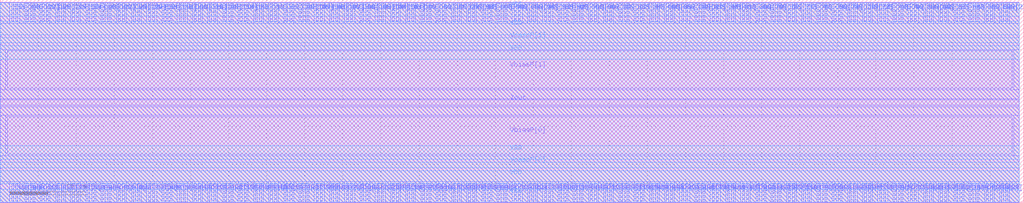
<source format=lef>
VERSION 5.7 ;
  NOWIREEXTENSIONATPIN ON ;
  DIVIDERCHAR "/" ;
  BUSBITCHARS "[]" ;
MACRO dac2u128out4in
  CLASS BLOCK ;
  FOREIGN dac2u128out4in ;
  ORIGIN 0.000 0.000 ;
  SIZE 134.420 BY 26.590 ;
  PIN VbiasP[1]
    ANTENNAGATEAREA 478.500000 ;
    ANTENNADIFFAREA 5.010000 ;
    PORT
      LAYER Metal1 ;
        RECT 0.900 14.950 132.900 19.880 ;
    END
  END VbiasP[1]
  PIN Iout
    ANTENNADIFFAREA 66.047997 ;
    PORT
      LAYER Metal1 ;
        RECT 0.000 12.745 133.800 13.445 ;
    END
  END Iout
  PIN VbiasP[0]
    ANTENNAGATEAREA 478.500000 ;
    ANTENNADIFFAREA 5.010000 ;
    PORT
      LAYER Metal1 ;
        RECT 0.900 6.310 132.900 11.240 ;
    END
  END VbiasP[0]
  PIN ON[64]
    ANTENNAGATEAREA 0.039000 ;
    PORT
      LAYER Metal2 ;
        RECT 130.030 23.715 130.320 26.190 ;
    END
  END ON[64]
  PIN ONB[64]
    ANTENNAGATEAREA 0.039000 ;
    PORT
      LAYER Metal2 ;
        RECT 129.480 23.715 129.770 26.190 ;
    END
  END ONB[64]
  PIN ON[65]
    ANTENNAGATEAREA 0.039000 ;
    PORT
      LAYER Metal2 ;
        RECT 128.030 23.715 128.320 26.190 ;
    END
  END ON[65]
  PIN ONB[65]
    ANTENNAGATEAREA 0.039000 ;
    PORT
      LAYER Metal2 ;
        RECT 127.480 23.715 127.770 26.190 ;
    END
  END ONB[65]
  PIN ON[66]
    ANTENNAGATEAREA 0.039000 ;
    PORT
      LAYER Metal2 ;
        RECT 126.030 23.715 126.320 26.190 ;
    END
  END ON[66]
  PIN ONB[66]
    ANTENNAGATEAREA 0.039000 ;
    PORT
      LAYER Metal2 ;
        RECT 125.480 23.715 125.770 26.190 ;
    END
  END ONB[66]
  PIN ON[67]
    ANTENNAGATEAREA 0.039000 ;
    PORT
      LAYER Metal2 ;
        RECT 124.030 23.715 124.320 26.190 ;
    END
  END ON[67]
  PIN ONB[67]
    ANTENNAGATEAREA 0.039000 ;
    PORT
      LAYER Metal2 ;
        RECT 123.480 23.715 123.770 26.190 ;
    END
  END ONB[67]
  PIN ON[68]
    ANTENNAGATEAREA 0.039000 ;
    PORT
      LAYER Metal2 ;
        RECT 122.030 23.715 122.320 26.190 ;
    END
  END ON[68]
  PIN ONB[68]
    ANTENNAGATEAREA 0.039000 ;
    PORT
      LAYER Metal2 ;
        RECT 121.480 23.715 121.770 26.190 ;
    END
  END ONB[68]
  PIN ON[69]
    ANTENNAGATEAREA 0.039000 ;
    PORT
      LAYER Metal2 ;
        RECT 120.030 23.715 120.320 26.190 ;
    END
  END ON[69]
  PIN ONB[69]
    ANTENNAGATEAREA 0.039000 ;
    PORT
      LAYER Metal2 ;
        RECT 119.480 23.715 119.770 26.190 ;
    END
  END ONB[69]
  PIN ON[70]
    ANTENNAGATEAREA 0.039000 ;
    PORT
      LAYER Metal2 ;
        RECT 118.030 23.715 118.320 26.190 ;
    END
  END ON[70]
  PIN ONB[70]
    ANTENNAGATEAREA 0.039000 ;
    PORT
      LAYER Metal2 ;
        RECT 117.480 23.715 117.770 26.190 ;
    END
  END ONB[70]
  PIN ON[71]
    ANTENNAGATEAREA 0.039000 ;
    PORT
      LAYER Metal2 ;
        RECT 116.030 23.715 116.320 26.190 ;
    END
  END ON[71]
  PIN ONB[71]
    ANTENNAGATEAREA 0.039000 ;
    PORT
      LAYER Metal2 ;
        RECT 115.480 23.715 115.770 26.190 ;
    END
  END ONB[71]
  PIN ON[72]
    ANTENNAGATEAREA 0.039000 ;
    PORT
      LAYER Metal2 ;
        RECT 114.030 23.715 114.320 26.190 ;
    END
  END ON[72]
  PIN ONB[72]
    ANTENNAGATEAREA 0.039000 ;
    PORT
      LAYER Metal2 ;
        RECT 113.480 23.715 113.770 26.190 ;
    END
  END ONB[72]
  PIN ON[73]
    ANTENNAGATEAREA 0.039000 ;
    PORT
      LAYER Metal2 ;
        RECT 112.030 23.715 112.320 26.190 ;
    END
  END ON[73]
  PIN ONB[73]
    ANTENNAGATEAREA 0.039000 ;
    PORT
      LAYER Metal2 ;
        RECT 111.480 23.715 111.770 26.190 ;
    END
  END ONB[73]
  PIN ON[74]
    ANTENNAGATEAREA 0.039000 ;
    PORT
      LAYER Metal2 ;
        RECT 110.030 23.715 110.320 26.190 ;
    END
  END ON[74]
  PIN ONB[74]
    ANTENNAGATEAREA 0.039000 ;
    PORT
      LAYER Metal2 ;
        RECT 109.480 23.715 109.770 26.190 ;
    END
  END ONB[74]
  PIN ON[75]
    ANTENNAGATEAREA 0.039000 ;
    PORT
      LAYER Metal2 ;
        RECT 108.030 23.715 108.320 26.190 ;
    END
  END ON[75]
  PIN ONB[75]
    ANTENNAGATEAREA 0.039000 ;
    PORT
      LAYER Metal2 ;
        RECT 107.480 23.715 107.770 26.190 ;
    END
  END ONB[75]
  PIN ON[76]
    ANTENNAGATEAREA 0.039000 ;
    PORT
      LAYER Metal2 ;
        RECT 106.030 23.715 106.320 26.190 ;
    END
  END ON[76]
  PIN ONB[76]
    ANTENNAGATEAREA 0.039000 ;
    PORT
      LAYER Metal2 ;
        RECT 105.480 23.715 105.770 26.190 ;
    END
  END ONB[76]
  PIN ON[77]
    ANTENNAGATEAREA 0.039000 ;
    PORT
      LAYER Metal2 ;
        RECT 104.030 23.715 104.320 26.190 ;
    END
  END ON[77]
  PIN ONB[77]
    ANTENNAGATEAREA 0.039000 ;
    PORT
      LAYER Metal2 ;
        RECT 103.480 23.715 103.770 26.190 ;
    END
  END ONB[77]
  PIN ON[78]
    ANTENNAGATEAREA 0.039000 ;
    PORT
      LAYER Metal2 ;
        RECT 102.030 23.715 102.320 26.190 ;
    END
  END ON[78]
  PIN ONB[78]
    ANTENNAGATEAREA 0.039000 ;
    PORT
      LAYER Metal2 ;
        RECT 101.480 23.715 101.770 26.190 ;
    END
  END ONB[78]
  PIN ON[79]
    ANTENNAGATEAREA 0.039000 ;
    PORT
      LAYER Metal2 ;
        RECT 100.030 23.715 100.320 26.190 ;
    END
  END ON[79]
  PIN ONB[79]
    ANTENNAGATEAREA 0.039000 ;
    PORT
      LAYER Metal2 ;
        RECT 99.480 23.715 99.770 26.190 ;
    END
  END ONB[79]
  PIN ON[80]
    ANTENNAGATEAREA 0.039000 ;
    PORT
      LAYER Metal2 ;
        RECT 98.030 23.715 98.320 26.190 ;
    END
  END ON[80]
  PIN ONB[80]
    ANTENNAGATEAREA 0.039000 ;
    PORT
      LAYER Metal2 ;
        RECT 97.480 23.715 97.770 26.190 ;
    END
  END ONB[80]
  PIN ON[81]
    ANTENNAGATEAREA 0.039000 ;
    PORT
      LAYER Metal2 ;
        RECT 96.030 23.715 96.320 26.190 ;
    END
  END ON[81]
  PIN ONB[81]
    ANTENNAGATEAREA 0.039000 ;
    PORT
      LAYER Metal2 ;
        RECT 95.480 23.715 95.770 26.190 ;
    END
  END ONB[81]
  PIN ON[82]
    ANTENNAGATEAREA 0.039000 ;
    PORT
      LAYER Metal2 ;
        RECT 94.030 23.715 94.320 26.190 ;
    END
  END ON[82]
  PIN ONB[82]
    ANTENNAGATEAREA 0.039000 ;
    PORT
      LAYER Metal2 ;
        RECT 93.480 23.715 93.770 26.190 ;
    END
  END ONB[82]
  PIN ON[83]
    ANTENNAGATEAREA 0.039000 ;
    PORT
      LAYER Metal2 ;
        RECT 92.030 23.715 92.320 26.190 ;
    END
  END ON[83]
  PIN ONB[83]
    ANTENNAGATEAREA 0.039000 ;
    PORT
      LAYER Metal2 ;
        RECT 91.480 23.715 91.770 26.190 ;
    END
  END ONB[83]
  PIN ON[84]
    ANTENNAGATEAREA 0.039000 ;
    PORT
      LAYER Metal2 ;
        RECT 90.030 23.715 90.320 26.190 ;
    END
  END ON[84]
  PIN ONB[84]
    ANTENNAGATEAREA 0.039000 ;
    PORT
      LAYER Metal2 ;
        RECT 89.480 23.715 89.770 26.190 ;
    END
  END ONB[84]
  PIN ON[85]
    ANTENNAGATEAREA 0.039000 ;
    PORT
      LAYER Metal2 ;
        RECT 88.030 23.715 88.320 26.190 ;
    END
  END ON[85]
  PIN ONB[85]
    ANTENNAGATEAREA 0.039000 ;
    PORT
      LAYER Metal2 ;
        RECT 87.480 23.715 87.770 26.190 ;
    END
  END ONB[85]
  PIN ON[86]
    ANTENNAGATEAREA 0.039000 ;
    PORT
      LAYER Metal2 ;
        RECT 86.030 23.715 86.320 26.190 ;
    END
  END ON[86]
  PIN ONB[86]
    ANTENNAGATEAREA 0.039000 ;
    PORT
      LAYER Metal2 ;
        RECT 85.480 23.715 85.770 26.190 ;
    END
  END ONB[86]
  PIN ON[87]
    ANTENNAGATEAREA 0.039000 ;
    PORT
      LAYER Metal2 ;
        RECT 84.030 23.715 84.320 26.190 ;
    END
  END ON[87]
  PIN ONB[87]
    ANTENNAGATEAREA 0.039000 ;
    PORT
      LAYER Metal2 ;
        RECT 83.480 23.715 83.770 26.190 ;
    END
  END ONB[87]
  PIN ON[88]
    ANTENNAGATEAREA 0.039000 ;
    PORT
      LAYER Metal2 ;
        RECT 82.030 23.715 82.320 26.190 ;
    END
  END ON[88]
  PIN ONB[88]
    ANTENNAGATEAREA 0.039000 ;
    PORT
      LAYER Metal2 ;
        RECT 81.480 23.715 81.770 26.190 ;
    END
  END ONB[88]
  PIN ON[89]
    ANTENNAGATEAREA 0.039000 ;
    PORT
      LAYER Metal2 ;
        RECT 80.030 23.715 80.320 26.190 ;
    END
  END ON[89]
  PIN ONB[89]
    ANTENNAGATEAREA 0.039000 ;
    PORT
      LAYER Metal2 ;
        RECT 79.480 23.715 79.770 26.190 ;
    END
  END ONB[89]
  PIN ON[90]
    ANTENNAGATEAREA 0.039000 ;
    PORT
      LAYER Metal2 ;
        RECT 78.030 23.715 78.320 26.190 ;
    END
  END ON[90]
  PIN ONB[90]
    ANTENNAGATEAREA 0.039000 ;
    PORT
      LAYER Metal2 ;
        RECT 77.480 23.715 77.770 26.190 ;
    END
  END ONB[90]
  PIN ON[91]
    ANTENNAGATEAREA 0.039000 ;
    PORT
      LAYER Metal2 ;
        RECT 76.030 23.715 76.320 26.190 ;
    END
  END ON[91]
  PIN ONB[91]
    ANTENNAGATEAREA 0.039000 ;
    PORT
      LAYER Metal2 ;
        RECT 75.480 23.715 75.770 26.190 ;
    END
  END ONB[91]
  PIN ON[92]
    ANTENNAGATEAREA 0.039000 ;
    PORT
      LAYER Metal2 ;
        RECT 74.030 23.715 74.320 26.190 ;
    END
  END ON[92]
  PIN ONB[92]
    ANTENNAGATEAREA 0.039000 ;
    PORT
      LAYER Metal2 ;
        RECT 73.480 23.715 73.770 26.190 ;
    END
  END ONB[92]
  PIN ON[93]
    ANTENNAGATEAREA 0.039000 ;
    PORT
      LAYER Metal2 ;
        RECT 72.030 23.715 72.320 26.190 ;
    END
  END ON[93]
  PIN ONB[93]
    ANTENNAGATEAREA 0.039000 ;
    PORT
      LAYER Metal2 ;
        RECT 71.480 23.715 71.770 26.190 ;
    END
  END ONB[93]
  PIN ON[94]
    ANTENNAGATEAREA 0.039000 ;
    PORT
      LAYER Metal2 ;
        RECT 70.030 23.715 70.320 26.190 ;
    END
  END ON[94]
  PIN ONB[94]
    ANTENNAGATEAREA 0.039000 ;
    PORT
      LAYER Metal2 ;
        RECT 69.480 23.715 69.770 26.190 ;
    END
  END ONB[94]
  PIN ON[95]
    ANTENNAGATEAREA 0.039000 ;
    PORT
      LAYER Metal2 ;
        RECT 68.030 23.715 68.320 26.190 ;
    END
  END ON[95]
  PIN ONB[95]
    ANTENNAGATEAREA 0.039000 ;
    PORT
      LAYER Metal2 ;
        RECT 67.480 23.715 67.770 26.190 ;
    END
  END ONB[95]
  PIN EN[2]
    ANTENNAGATEAREA 0.039000 ;
    PORT
      LAYER Metal2 ;
        RECT 132.030 23.715 132.320 26.190 ;
    END
  END EN[2]
  PIN ENB[2]
    ANTENNAGATEAREA 0.039000 ;
    PORT
      LAYER Metal2 ;
        RECT 131.480 23.715 131.770 26.190 ;
    END
  END ENB[2]
  PIN ON[97]
    ANTENNAGATEAREA 0.039000 ;
    PORT
      LAYER Metal2 ;
        RECT 64.030 23.715 64.320 26.190 ;
    END
  END ON[97]
  PIN ONB[97]
    ANTENNAGATEAREA 0.039000 ;
    PORT
      LAYER Metal2 ;
        RECT 63.480 23.715 63.770 26.190 ;
    END
  END ONB[97]
  PIN ON[98]
    ANTENNAGATEAREA 0.039000 ;
    PORT
      LAYER Metal2 ;
        RECT 62.030 23.715 62.320 26.190 ;
    END
  END ON[98]
  PIN ONB[98]
    ANTENNAGATEAREA 0.039000 ;
    PORT
      LAYER Metal2 ;
        RECT 61.480 23.715 61.770 26.190 ;
    END
  END ONB[98]
  PIN ON[99]
    ANTENNAGATEAREA 0.039000 ;
    PORT
      LAYER Metal2 ;
        RECT 60.030 23.715 60.320 26.190 ;
    END
  END ON[99]
  PIN ONB[99]
    ANTENNAGATEAREA 0.039000 ;
    PORT
      LAYER Metal2 ;
        RECT 59.480 23.715 59.770 26.190 ;
    END
  END ONB[99]
  PIN ON[100]
    ANTENNAGATEAREA 0.039000 ;
    PORT
      LAYER Metal2 ;
        RECT 58.030 23.715 58.320 26.190 ;
    END
  END ON[100]
  PIN ONB[100]
    ANTENNAGATEAREA 0.039000 ;
    PORT
      LAYER Metal2 ;
        RECT 57.480 23.715 57.770 26.190 ;
    END
  END ONB[100]
  PIN ON[101]
    ANTENNAGATEAREA 0.039000 ;
    PORT
      LAYER Metal2 ;
        RECT 56.030 23.715 56.320 26.190 ;
    END
  END ON[101]
  PIN ONB[101]
    ANTENNAGATEAREA 0.039000 ;
    PORT
      LAYER Metal2 ;
        RECT 55.480 23.715 55.770 26.190 ;
    END
  END ONB[101]
  PIN ON[102]
    ANTENNAGATEAREA 0.039000 ;
    PORT
      LAYER Metal2 ;
        RECT 54.030 23.715 54.320 26.190 ;
    END
  END ON[102]
  PIN ONB[102]
    ANTENNAGATEAREA 0.039000 ;
    PORT
      LAYER Metal2 ;
        RECT 53.480 23.715 53.770 26.190 ;
    END
  END ONB[102]
  PIN ON[103]
    ANTENNAGATEAREA 0.039000 ;
    PORT
      LAYER Metal2 ;
        RECT 52.030 23.715 52.320 26.190 ;
    END
  END ON[103]
  PIN ONB[103]
    ANTENNAGATEAREA 0.039000 ;
    PORT
      LAYER Metal2 ;
        RECT 51.480 23.715 51.770 26.190 ;
    END
  END ONB[103]
  PIN ON[104]
    ANTENNAGATEAREA 0.039000 ;
    PORT
      LAYER Metal2 ;
        RECT 50.030 23.715 50.320 26.190 ;
    END
  END ON[104]
  PIN ONB[104]
    ANTENNAGATEAREA 0.039000 ;
    PORT
      LAYER Metal2 ;
        RECT 49.480 23.715 49.770 26.190 ;
    END
  END ONB[104]
  PIN ON[105]
    ANTENNAGATEAREA 0.039000 ;
    PORT
      LAYER Metal2 ;
        RECT 48.030 23.715 48.320 26.190 ;
    END
  END ON[105]
  PIN ONB[105]
    ANTENNAGATEAREA 0.039000 ;
    PORT
      LAYER Metal2 ;
        RECT 47.480 23.715 47.770 26.190 ;
    END
  END ONB[105]
  PIN ON[106]
    ANTENNAGATEAREA 0.039000 ;
    PORT
      LAYER Metal2 ;
        RECT 46.030 23.715 46.320 26.190 ;
    END
  END ON[106]
  PIN ONB[106]
    ANTENNAGATEAREA 0.039000 ;
    PORT
      LAYER Metal2 ;
        RECT 45.480 23.715 45.770 26.190 ;
    END
  END ONB[106]
  PIN ON[107]
    ANTENNAGATEAREA 0.039000 ;
    PORT
      LAYER Metal2 ;
        RECT 44.030 23.715 44.320 26.190 ;
    END
  END ON[107]
  PIN ONB[107]
    ANTENNAGATEAREA 0.039000 ;
    PORT
      LAYER Metal2 ;
        RECT 43.480 23.715 43.770 26.190 ;
    END
  END ONB[107]
  PIN ON[108]
    ANTENNAGATEAREA 0.039000 ;
    PORT
      LAYER Metal2 ;
        RECT 42.030 23.715 42.320 26.190 ;
    END
  END ON[108]
  PIN ONB[108]
    ANTENNAGATEAREA 0.039000 ;
    PORT
      LAYER Metal2 ;
        RECT 41.480 23.715 41.770 26.190 ;
    END
  END ONB[108]
  PIN ON[109]
    ANTENNAGATEAREA 0.039000 ;
    PORT
      LAYER Metal2 ;
        RECT 40.030 23.715 40.320 26.190 ;
    END
  END ON[109]
  PIN ONB[109]
    ANTENNAGATEAREA 0.039000 ;
    PORT
      LAYER Metal2 ;
        RECT 39.480 23.715 39.770 26.190 ;
    END
  END ONB[109]
  PIN ON[110]
    ANTENNAGATEAREA 0.039000 ;
    PORT
      LAYER Metal2 ;
        RECT 38.030 23.715 38.320 26.190 ;
    END
  END ON[110]
  PIN ONB[110]
    ANTENNAGATEAREA 0.039000 ;
    PORT
      LAYER Metal2 ;
        RECT 37.480 23.715 37.770 26.190 ;
    END
  END ONB[110]
  PIN ON[111]
    ANTENNAGATEAREA 0.039000 ;
    PORT
      LAYER Metal2 ;
        RECT 36.030 23.715 36.320 26.190 ;
    END
  END ON[111]
  PIN ONB[111]
    ANTENNAGATEAREA 0.039000 ;
    PORT
      LAYER Metal2 ;
        RECT 35.480 23.715 35.770 26.190 ;
    END
  END ONB[111]
  PIN ON[112]
    ANTENNAGATEAREA 0.039000 ;
    PORT
      LAYER Metal2 ;
        RECT 34.030 23.715 34.320 26.190 ;
    END
  END ON[112]
  PIN ONB[112]
    ANTENNAGATEAREA 0.039000 ;
    PORT
      LAYER Metal2 ;
        RECT 33.480 23.715 33.770 26.190 ;
    END
  END ONB[112]
  PIN ON[113]
    ANTENNAGATEAREA 0.039000 ;
    PORT
      LAYER Metal2 ;
        RECT 32.030 23.715 32.320 26.190 ;
    END
  END ON[113]
  PIN ONB[113]
    ANTENNAGATEAREA 0.039000 ;
    PORT
      LAYER Metal2 ;
        RECT 31.480 23.715 31.770 26.190 ;
    END
  END ONB[113]
  PIN ON[114]
    ANTENNAGATEAREA 0.039000 ;
    PORT
      LAYER Metal2 ;
        RECT 30.030 23.715 30.320 26.190 ;
    END
  END ON[114]
  PIN ONB[114]
    ANTENNAGATEAREA 0.039000 ;
    PORT
      LAYER Metal2 ;
        RECT 29.480 23.715 29.770 26.190 ;
    END
  END ONB[114]
  PIN ON[115]
    ANTENNAGATEAREA 0.039000 ;
    PORT
      LAYER Metal2 ;
        RECT 28.030 23.715 28.320 26.190 ;
    END
  END ON[115]
  PIN ONB[115]
    ANTENNAGATEAREA 0.039000 ;
    PORT
      LAYER Metal2 ;
        RECT 27.480 23.715 27.770 26.190 ;
    END
  END ONB[115]
  PIN ON[116]
    ANTENNAGATEAREA 0.039000 ;
    PORT
      LAYER Metal2 ;
        RECT 26.030 23.715 26.320 26.190 ;
    END
  END ON[116]
  PIN ONB[116]
    ANTENNAGATEAREA 0.039000 ;
    PORT
      LAYER Metal2 ;
        RECT 25.480 23.715 25.770 26.190 ;
    END
  END ONB[116]
  PIN ON[117]
    ANTENNAGATEAREA 0.039000 ;
    PORT
      LAYER Metal2 ;
        RECT 24.030 23.715 24.320 26.190 ;
    END
  END ON[117]
  PIN ONB[117]
    ANTENNAGATEAREA 0.039000 ;
    PORT
      LAYER Metal2 ;
        RECT 23.480 23.715 23.770 26.190 ;
    END
  END ONB[117]
  PIN ON[118]
    ANTENNAGATEAREA 0.039000 ;
    PORT
      LAYER Metal2 ;
        RECT 22.030 23.715 22.320 26.190 ;
    END
  END ON[118]
  PIN ONB[118]
    ANTENNAGATEAREA 0.039000 ;
    PORT
      LAYER Metal2 ;
        RECT 21.480 23.715 21.770 26.190 ;
    END
  END ONB[118]
  PIN ON[119]
    ANTENNAGATEAREA 0.039000 ;
    PORT
      LAYER Metal2 ;
        RECT 20.030 23.715 20.320 26.190 ;
    END
  END ON[119]
  PIN ONB[119]
    ANTENNAGATEAREA 0.039000 ;
    PORT
      LAYER Metal2 ;
        RECT 19.480 23.715 19.770 26.190 ;
    END
  END ONB[119]
  PIN ON[120]
    ANTENNAGATEAREA 0.039000 ;
    PORT
      LAYER Metal2 ;
        RECT 18.030 23.715 18.320 26.190 ;
    END
  END ON[120]
  PIN ONB[120]
    ANTENNAGATEAREA 0.039000 ;
    PORT
      LAYER Metal2 ;
        RECT 17.480 23.715 17.770 26.190 ;
    END
  END ONB[120]
  PIN ON[121]
    ANTENNAGATEAREA 0.039000 ;
    PORT
      LAYER Metal2 ;
        RECT 16.030 23.715 16.320 26.190 ;
    END
  END ON[121]
  PIN ONB[121]
    ANTENNAGATEAREA 0.039000 ;
    PORT
      LAYER Metal2 ;
        RECT 15.480 23.715 15.770 26.190 ;
    END
  END ONB[121]
  PIN ON[122]
    ANTENNAGATEAREA 0.039000 ;
    PORT
      LAYER Metal2 ;
        RECT 14.030 23.715 14.320 26.190 ;
    END
  END ON[122]
  PIN ONB[122]
    ANTENNAGATEAREA 0.039000 ;
    PORT
      LAYER Metal2 ;
        RECT 13.480 23.715 13.770 26.190 ;
    END
  END ONB[122]
  PIN ON[123]
    ANTENNAGATEAREA 0.039000 ;
    PORT
      LAYER Metal2 ;
        RECT 12.030 23.715 12.320 26.190 ;
    END
  END ON[123]
  PIN ONB[123]
    ANTENNAGATEAREA 0.039000 ;
    PORT
      LAYER Metal2 ;
        RECT 11.480 23.715 11.770 26.190 ;
    END
  END ONB[123]
  PIN ON[124]
    ANTENNAGATEAREA 0.039000 ;
    PORT
      LAYER Metal2 ;
        RECT 10.030 23.715 10.320 26.190 ;
    END
  END ON[124]
  PIN ONB[124]
    ANTENNAGATEAREA 0.039000 ;
    PORT
      LAYER Metal2 ;
        RECT 9.480 23.715 9.770 26.190 ;
    END
  END ONB[124]
  PIN ON[125]
    ANTENNAGATEAREA 0.039000 ;
    PORT
      LAYER Metal2 ;
        RECT 8.030 23.715 8.320 26.190 ;
    END
  END ON[125]
  PIN ONB[125]
    ANTENNAGATEAREA 0.039000 ;
    PORT
      LAYER Metal2 ;
        RECT 7.480 23.715 7.770 26.190 ;
    END
  END ONB[125]
  PIN ON[126]
    ANTENNAGATEAREA 0.039000 ;
    PORT
      LAYER Metal2 ;
        RECT 6.030 23.715 6.320 26.190 ;
    END
  END ON[126]
  PIN ONB[126]
    ANTENNAGATEAREA 0.039000 ;
    PORT
      LAYER Metal2 ;
        RECT 5.480 23.715 5.770 26.190 ;
    END
  END ONB[126]
  PIN ON[127]
    ANTENNAGATEAREA 0.039000 ;
    PORT
      LAYER Metal2 ;
        RECT 4.030 23.715 4.320 26.190 ;
    END
  END ON[127]
  PIN ONB[127]
    ANTENNAGATEAREA 0.039000 ;
    PORT
      LAYER Metal2 ;
        RECT 3.480 23.715 3.770 26.190 ;
    END
  END ONB[127]
  PIN ON[96]
    ANTENNAGATEAREA 0.039000 ;
    PORT
      LAYER Metal2 ;
        RECT 66.030 23.715 66.320 26.190 ;
    END
  END ON[96]
  PIN ONB[96]
    ANTENNAGATEAREA 0.039000 ;
    PORT
      LAYER Metal2 ;
        RECT 65.480 23.715 65.770 26.190 ;
    END
  END ONB[96]
  PIN EN[3]
    ANTENNAGATEAREA 0.039000 ;
    PORT
      LAYER Metal2 ;
        RECT 2.030 23.715 2.320 26.190 ;
    END
  END EN[3]
  PIN ENB[3]
    ANTENNAGATEAREA 0.039000 ;
    PORT
      LAYER Metal2 ;
        RECT 1.480 23.715 1.770 26.190 ;
    END
  END ENB[3]
  PIN ON[0]
    ANTENNAGATEAREA 0.039000 ;
    PORT
      LAYER Metal2 ;
        RECT 3.480 0.000 3.770 2.475 ;
    END
  END ON[0]
  PIN ONB[0]
    ANTENNAGATEAREA 0.039000 ;
    PORT
      LAYER Metal2 ;
        RECT 4.030 0.000 4.320 2.475 ;
    END
  END ONB[0]
  PIN ON[1]
    ANTENNAGATEAREA 0.039000 ;
    PORT
      LAYER Metal2 ;
        RECT 5.480 0.000 5.770 2.475 ;
    END
  END ON[1]
  PIN ONB[1]
    ANTENNAGATEAREA 0.039000 ;
    PORT
      LAYER Metal2 ;
        RECT 6.030 0.000 6.320 2.475 ;
    END
  END ONB[1]
  PIN ON[2]
    ANTENNAGATEAREA 0.039000 ;
    PORT
      LAYER Metal2 ;
        RECT 7.480 0.000 7.770 2.475 ;
    END
  END ON[2]
  PIN ONB[2]
    ANTENNAGATEAREA 0.039000 ;
    PORT
      LAYER Metal2 ;
        RECT 8.030 0.000 8.320 2.475 ;
    END
  END ONB[2]
  PIN ON[3]
    ANTENNAGATEAREA 0.039000 ;
    PORT
      LAYER Metal2 ;
        RECT 9.480 0.000 9.770 2.475 ;
    END
  END ON[3]
  PIN ONB[3]
    ANTENNAGATEAREA 0.039000 ;
    PORT
      LAYER Metal2 ;
        RECT 10.030 0.000 10.320 2.475 ;
    END
  END ONB[3]
  PIN ON[4]
    ANTENNAGATEAREA 0.039000 ;
    PORT
      LAYER Metal2 ;
        RECT 11.480 0.000 11.770 2.475 ;
    END
  END ON[4]
  PIN ONB[4]
    ANTENNAGATEAREA 0.039000 ;
    PORT
      LAYER Metal2 ;
        RECT 12.030 0.000 12.320 2.475 ;
    END
  END ONB[4]
  PIN ON[5]
    ANTENNAGATEAREA 0.039000 ;
    PORT
      LAYER Metal2 ;
        RECT 13.480 0.000 13.770 2.475 ;
    END
  END ON[5]
  PIN ONB[5]
    ANTENNAGATEAREA 0.039000 ;
    PORT
      LAYER Metal2 ;
        RECT 14.030 0.000 14.320 2.475 ;
    END
  END ONB[5]
  PIN ON[6]
    ANTENNAGATEAREA 0.039000 ;
    PORT
      LAYER Metal2 ;
        RECT 15.480 0.000 15.770 2.475 ;
    END
  END ON[6]
  PIN ONB[6]
    ANTENNAGATEAREA 0.039000 ;
    PORT
      LAYER Metal2 ;
        RECT 16.030 0.000 16.320 2.475 ;
    END
  END ONB[6]
  PIN ON[7]
    ANTENNAGATEAREA 0.039000 ;
    PORT
      LAYER Metal2 ;
        RECT 17.480 0.000 17.770 2.475 ;
    END
  END ON[7]
  PIN ONB[7]
    ANTENNAGATEAREA 0.039000 ;
    PORT
      LAYER Metal2 ;
        RECT 18.030 0.000 18.320 2.475 ;
    END
  END ONB[7]
  PIN ON[8]
    ANTENNAGATEAREA 0.039000 ;
    PORT
      LAYER Metal2 ;
        RECT 19.480 0.000 19.770 2.475 ;
    END
  END ON[8]
  PIN ONB[8]
    ANTENNAGATEAREA 0.039000 ;
    PORT
      LAYER Metal2 ;
        RECT 20.030 0.000 20.320 2.475 ;
    END
  END ONB[8]
  PIN ON[9]
    ANTENNAGATEAREA 0.039000 ;
    PORT
      LAYER Metal2 ;
        RECT 21.480 0.000 21.770 2.475 ;
    END
  END ON[9]
  PIN ONB[9]
    ANTENNAGATEAREA 0.039000 ;
    PORT
      LAYER Metal2 ;
        RECT 22.030 0.000 22.320 2.475 ;
    END
  END ONB[9]
  PIN ON[10]
    ANTENNAGATEAREA 0.039000 ;
    PORT
      LAYER Metal2 ;
        RECT 23.480 0.000 23.770 2.475 ;
    END
  END ON[10]
  PIN ONB[10]
    ANTENNAGATEAREA 0.039000 ;
    PORT
      LAYER Metal2 ;
        RECT 24.030 0.000 24.320 2.475 ;
    END
  END ONB[10]
  PIN ON[11]
    ANTENNAGATEAREA 0.039000 ;
    PORT
      LAYER Metal2 ;
        RECT 25.480 0.000 25.770 2.475 ;
    END
  END ON[11]
  PIN ONB[11]
    ANTENNAGATEAREA 0.039000 ;
    PORT
      LAYER Metal2 ;
        RECT 26.030 0.000 26.320 2.475 ;
    END
  END ONB[11]
  PIN ON[12]
    ANTENNAGATEAREA 0.039000 ;
    PORT
      LAYER Metal2 ;
        RECT 27.480 0.000 27.770 2.475 ;
    END
  END ON[12]
  PIN ONB[12]
    ANTENNAGATEAREA 0.039000 ;
    PORT
      LAYER Metal2 ;
        RECT 28.030 0.000 28.320 2.475 ;
    END
  END ONB[12]
  PIN ON[13]
    ANTENNAGATEAREA 0.039000 ;
    PORT
      LAYER Metal2 ;
        RECT 29.480 0.000 29.770 2.475 ;
    END
  END ON[13]
  PIN ONB[13]
    ANTENNAGATEAREA 0.039000 ;
    PORT
      LAYER Metal2 ;
        RECT 30.030 0.000 30.320 2.475 ;
    END
  END ONB[13]
  PIN ON[14]
    ANTENNAGATEAREA 0.039000 ;
    PORT
      LAYER Metal2 ;
        RECT 31.480 0.000 31.770 2.475 ;
    END
  END ON[14]
  PIN ONB[14]
    ANTENNAGATEAREA 0.039000 ;
    PORT
      LAYER Metal2 ;
        RECT 32.030 0.000 32.320 2.475 ;
    END
  END ONB[14]
  PIN ON[15]
    ANTENNAGATEAREA 0.039000 ;
    PORT
      LAYER Metal2 ;
        RECT 33.480 0.000 33.770 2.475 ;
    END
  END ON[15]
  PIN ONB[15]
    ANTENNAGATEAREA 0.039000 ;
    PORT
      LAYER Metal2 ;
        RECT 34.030 0.000 34.320 2.475 ;
    END
  END ONB[15]
  PIN ON[16]
    ANTENNAGATEAREA 0.039000 ;
    PORT
      LAYER Metal2 ;
        RECT 35.480 0.000 35.770 2.475 ;
    END
  END ON[16]
  PIN ONB[16]
    ANTENNAGATEAREA 0.039000 ;
    PORT
      LAYER Metal2 ;
        RECT 36.030 0.000 36.320 2.475 ;
    END
  END ONB[16]
  PIN ON[17]
    ANTENNAGATEAREA 0.039000 ;
    PORT
      LAYER Metal2 ;
        RECT 37.480 0.000 37.770 2.475 ;
    END
  END ON[17]
  PIN ONB[17]
    ANTENNAGATEAREA 0.039000 ;
    PORT
      LAYER Metal2 ;
        RECT 38.030 0.000 38.320 2.475 ;
    END
  END ONB[17]
  PIN ON[18]
    ANTENNAGATEAREA 0.039000 ;
    PORT
      LAYER Metal2 ;
        RECT 39.480 0.000 39.770 2.475 ;
    END
  END ON[18]
  PIN ONB[18]
    ANTENNAGATEAREA 0.039000 ;
    PORT
      LAYER Metal2 ;
        RECT 40.030 0.000 40.320 2.475 ;
    END
  END ONB[18]
  PIN ON[19]
    ANTENNAGATEAREA 0.039000 ;
    PORT
      LAYER Metal2 ;
        RECT 41.480 0.000 41.770 2.475 ;
    END
  END ON[19]
  PIN ONB[19]
    ANTENNAGATEAREA 0.039000 ;
    PORT
      LAYER Metal2 ;
        RECT 42.030 0.000 42.320 2.475 ;
    END
  END ONB[19]
  PIN ON[20]
    ANTENNAGATEAREA 0.039000 ;
    PORT
      LAYER Metal2 ;
        RECT 43.480 0.000 43.770 2.475 ;
    END
  END ON[20]
  PIN ONB[20]
    ANTENNAGATEAREA 0.039000 ;
    PORT
      LAYER Metal2 ;
        RECT 44.030 0.000 44.320 2.475 ;
    END
  END ONB[20]
  PIN ON[21]
    ANTENNAGATEAREA 0.039000 ;
    PORT
      LAYER Metal2 ;
        RECT 45.480 0.000 45.770 2.475 ;
    END
  END ON[21]
  PIN ONB[21]
    ANTENNAGATEAREA 0.039000 ;
    PORT
      LAYER Metal2 ;
        RECT 46.030 0.000 46.320 2.475 ;
    END
  END ONB[21]
  PIN ON[22]
    ANTENNAGATEAREA 0.039000 ;
    PORT
      LAYER Metal2 ;
        RECT 47.480 0.000 47.770 2.475 ;
    END
  END ON[22]
  PIN ONB[22]
    ANTENNAGATEAREA 0.039000 ;
    PORT
      LAYER Metal2 ;
        RECT 48.030 0.000 48.320 2.475 ;
    END
  END ONB[22]
  PIN ON[23]
    ANTENNAGATEAREA 0.039000 ;
    PORT
      LAYER Metal2 ;
        RECT 49.480 0.000 49.770 2.475 ;
    END
  END ON[23]
  PIN ONB[23]
    ANTENNAGATEAREA 0.039000 ;
    PORT
      LAYER Metal2 ;
        RECT 50.030 0.000 50.320 2.475 ;
    END
  END ONB[23]
  PIN ON[24]
    ANTENNAGATEAREA 0.039000 ;
    PORT
      LAYER Metal2 ;
        RECT 51.480 0.000 51.770 2.475 ;
    END
  END ON[24]
  PIN ONB[24]
    ANTENNAGATEAREA 0.039000 ;
    PORT
      LAYER Metal2 ;
        RECT 52.030 0.000 52.320 2.475 ;
    END
  END ONB[24]
  PIN ON[25]
    ANTENNAGATEAREA 0.039000 ;
    PORT
      LAYER Metal2 ;
        RECT 53.480 0.000 53.770 2.475 ;
    END
  END ON[25]
  PIN ONB[25]
    ANTENNAGATEAREA 0.039000 ;
    PORT
      LAYER Metal2 ;
        RECT 54.030 0.000 54.320 2.475 ;
    END
  END ONB[25]
  PIN ON[26]
    ANTENNAGATEAREA 0.039000 ;
    PORT
      LAYER Metal2 ;
        RECT 55.480 0.000 55.770 2.475 ;
    END
  END ON[26]
  PIN ONB[26]
    ANTENNAGATEAREA 0.039000 ;
    PORT
      LAYER Metal2 ;
        RECT 56.030 0.000 56.320 2.475 ;
    END
  END ONB[26]
  PIN ON[27]
    ANTENNAGATEAREA 0.039000 ;
    PORT
      LAYER Metal2 ;
        RECT 57.480 0.000 57.770 2.475 ;
    END
  END ON[27]
  PIN ONB[27]
    ANTENNAGATEAREA 0.039000 ;
    PORT
      LAYER Metal2 ;
        RECT 58.030 0.000 58.320 2.475 ;
    END
  END ONB[27]
  PIN ON[28]
    ANTENNAGATEAREA 0.039000 ;
    PORT
      LAYER Metal2 ;
        RECT 59.480 0.000 59.770 2.475 ;
    END
  END ON[28]
  PIN ONB[28]
    ANTENNAGATEAREA 0.039000 ;
    PORT
      LAYER Metal2 ;
        RECT 60.030 0.000 60.320 2.475 ;
    END
  END ONB[28]
  PIN ON[29]
    ANTENNAGATEAREA 0.039000 ;
    PORT
      LAYER Metal2 ;
        RECT 61.480 0.000 61.770 2.475 ;
    END
  END ON[29]
  PIN ONB[29]
    ANTENNAGATEAREA 0.039000 ;
    PORT
      LAYER Metal2 ;
        RECT 62.030 0.000 62.320 2.475 ;
    END
  END ONB[29]
  PIN ON[30]
    ANTENNAGATEAREA 0.039000 ;
    PORT
      LAYER Metal2 ;
        RECT 63.480 0.000 63.770 2.475 ;
    END
  END ON[30]
  PIN ONB[30]
    ANTENNAGATEAREA 0.039000 ;
    PORT
      LAYER Metal2 ;
        RECT 64.030 0.000 64.320 2.475 ;
    END
  END ONB[30]
  PIN ON[31]
    ANTENNAGATEAREA 0.039000 ;
    PORT
      LAYER Metal2 ;
        RECT 65.480 0.000 65.770 2.475 ;
    END
  END ON[31]
  PIN ONB[31]
    ANTENNAGATEAREA 0.039000 ;
    PORT
      LAYER Metal2 ;
        RECT 66.030 0.000 66.320 2.475 ;
    END
  END ONB[31]
  PIN EN[0]
    ANTENNAGATEAREA 0.039000 ;
    PORT
      LAYER Metal2 ;
        RECT 1.480 0.000 1.770 2.475 ;
    END
  END EN[0]
  PIN ENB[0]
    ANTENNAGATEAREA 0.039000 ;
    PORT
      LAYER Metal2 ;
        RECT 2.030 0.000 2.320 2.475 ;
    END
  END ENB[0]
  PIN ON[33]
    ANTENNAGATEAREA 0.039000 ;
    PORT
      LAYER Metal2 ;
        RECT 69.480 0.000 69.770 2.475 ;
    END
  END ON[33]
  PIN ONB[33]
    ANTENNAGATEAREA 0.039000 ;
    PORT
      LAYER Metal2 ;
        RECT 70.030 0.000 70.320 2.475 ;
    END
  END ONB[33]
  PIN ON[34]
    ANTENNAGATEAREA 0.039000 ;
    PORT
      LAYER Metal2 ;
        RECT 71.480 0.000 71.770 2.475 ;
    END
  END ON[34]
  PIN ONB[34]
    ANTENNAGATEAREA 0.039000 ;
    PORT
      LAYER Metal2 ;
        RECT 72.030 0.000 72.320 2.475 ;
    END
  END ONB[34]
  PIN ON[35]
    ANTENNAGATEAREA 0.039000 ;
    PORT
      LAYER Metal2 ;
        RECT 73.480 0.000 73.770 2.475 ;
    END
  END ON[35]
  PIN ONB[35]
    ANTENNAGATEAREA 0.039000 ;
    PORT
      LAYER Metal2 ;
        RECT 74.030 0.000 74.320 2.475 ;
    END
  END ONB[35]
  PIN ON[36]
    ANTENNAGATEAREA 0.039000 ;
    PORT
      LAYER Metal2 ;
        RECT 75.480 0.000 75.770 2.475 ;
    END
  END ON[36]
  PIN ONB[36]
    ANTENNAGATEAREA 0.039000 ;
    PORT
      LAYER Metal2 ;
        RECT 76.030 0.000 76.320 2.475 ;
    END
  END ONB[36]
  PIN ON[37]
    ANTENNAGATEAREA 0.039000 ;
    PORT
      LAYER Metal2 ;
        RECT 77.480 0.000 77.770 2.475 ;
    END
  END ON[37]
  PIN ONB[37]
    ANTENNAGATEAREA 0.039000 ;
    PORT
      LAYER Metal2 ;
        RECT 78.030 0.000 78.320 2.475 ;
    END
  END ONB[37]
  PIN ON[38]
    ANTENNAGATEAREA 0.039000 ;
    PORT
      LAYER Metal2 ;
        RECT 79.480 0.000 79.770 2.475 ;
    END
  END ON[38]
  PIN ONB[38]
    ANTENNAGATEAREA 0.039000 ;
    PORT
      LAYER Metal2 ;
        RECT 80.030 0.000 80.320 2.475 ;
    END
  END ONB[38]
  PIN ON[39]
    ANTENNAGATEAREA 0.039000 ;
    PORT
      LAYER Metal2 ;
        RECT 81.480 0.000 81.770 2.475 ;
    END
  END ON[39]
  PIN ONB[39]
    ANTENNAGATEAREA 0.039000 ;
    PORT
      LAYER Metal2 ;
        RECT 82.030 0.000 82.320 2.475 ;
    END
  END ONB[39]
  PIN ON[40]
    ANTENNAGATEAREA 0.039000 ;
    PORT
      LAYER Metal2 ;
        RECT 83.480 0.000 83.770 2.475 ;
    END
  END ON[40]
  PIN ONB[40]
    ANTENNAGATEAREA 0.039000 ;
    PORT
      LAYER Metal2 ;
        RECT 84.030 0.000 84.320 2.475 ;
    END
  END ONB[40]
  PIN ON[41]
    ANTENNAGATEAREA 0.039000 ;
    PORT
      LAYER Metal2 ;
        RECT 85.480 0.000 85.770 2.475 ;
    END
  END ON[41]
  PIN ONB[41]
    ANTENNAGATEAREA 0.039000 ;
    PORT
      LAYER Metal2 ;
        RECT 86.030 0.000 86.320 2.475 ;
    END
  END ONB[41]
  PIN ON[42]
    ANTENNAGATEAREA 0.039000 ;
    PORT
      LAYER Metal2 ;
        RECT 87.480 0.000 87.770 2.475 ;
    END
  END ON[42]
  PIN ONB[42]
    ANTENNAGATEAREA 0.039000 ;
    PORT
      LAYER Metal2 ;
        RECT 88.030 0.000 88.320 2.475 ;
    END
  END ONB[42]
  PIN ON[43]
    ANTENNAGATEAREA 0.039000 ;
    PORT
      LAYER Metal2 ;
        RECT 89.480 0.000 89.770 2.475 ;
    END
  END ON[43]
  PIN ONB[43]
    ANTENNAGATEAREA 0.039000 ;
    PORT
      LAYER Metal2 ;
        RECT 90.030 0.000 90.320 2.475 ;
    END
  END ONB[43]
  PIN ON[44]
    ANTENNAGATEAREA 0.039000 ;
    PORT
      LAYER Metal2 ;
        RECT 91.480 0.000 91.770 2.475 ;
    END
  END ON[44]
  PIN ONB[44]
    ANTENNAGATEAREA 0.039000 ;
    PORT
      LAYER Metal2 ;
        RECT 92.030 0.000 92.320 2.475 ;
    END
  END ONB[44]
  PIN ON[45]
    ANTENNAGATEAREA 0.039000 ;
    PORT
      LAYER Metal2 ;
        RECT 93.480 0.000 93.770 2.475 ;
    END
  END ON[45]
  PIN ONB[45]
    ANTENNAGATEAREA 0.039000 ;
    PORT
      LAYER Metal2 ;
        RECT 94.030 0.000 94.320 2.475 ;
    END
  END ONB[45]
  PIN ON[46]
    ANTENNAGATEAREA 0.039000 ;
    PORT
      LAYER Metal2 ;
        RECT 95.480 0.000 95.770 2.475 ;
    END
  END ON[46]
  PIN ONB[46]
    ANTENNAGATEAREA 0.039000 ;
    PORT
      LAYER Metal2 ;
        RECT 96.030 0.000 96.320 2.475 ;
    END
  END ONB[46]
  PIN ON[47]
    ANTENNAGATEAREA 0.039000 ;
    PORT
      LAYER Metal2 ;
        RECT 97.480 0.000 97.770 2.475 ;
    END
  END ON[47]
  PIN ONB[47]
    ANTENNAGATEAREA 0.039000 ;
    PORT
      LAYER Metal2 ;
        RECT 98.030 0.000 98.320 2.475 ;
    END
  END ONB[47]
  PIN ON[48]
    ANTENNAGATEAREA 0.039000 ;
    PORT
      LAYER Metal2 ;
        RECT 99.480 0.000 99.770 2.475 ;
    END
  END ON[48]
  PIN ONB[48]
    ANTENNAGATEAREA 0.039000 ;
    PORT
      LAYER Metal2 ;
        RECT 100.030 0.000 100.320 2.475 ;
    END
  END ONB[48]
  PIN ON[49]
    ANTENNAGATEAREA 0.039000 ;
    PORT
      LAYER Metal2 ;
        RECT 101.480 0.000 101.770 2.475 ;
    END
  END ON[49]
  PIN ONB[49]
    ANTENNAGATEAREA 0.039000 ;
    PORT
      LAYER Metal2 ;
        RECT 102.030 0.000 102.320 2.475 ;
    END
  END ONB[49]
  PIN ON[50]
    ANTENNAGATEAREA 0.039000 ;
    PORT
      LAYER Metal2 ;
        RECT 103.480 0.000 103.770 2.475 ;
    END
  END ON[50]
  PIN ONB[50]
    ANTENNAGATEAREA 0.039000 ;
    PORT
      LAYER Metal2 ;
        RECT 104.030 0.000 104.320 2.475 ;
    END
  END ONB[50]
  PIN ON[51]
    ANTENNAGATEAREA 0.039000 ;
    PORT
      LAYER Metal2 ;
        RECT 105.480 0.000 105.770 2.475 ;
    END
  END ON[51]
  PIN ONB[51]
    ANTENNAGATEAREA 0.039000 ;
    PORT
      LAYER Metal2 ;
        RECT 106.030 0.000 106.320 2.475 ;
    END
  END ONB[51]
  PIN ON[52]
    ANTENNAGATEAREA 0.039000 ;
    PORT
      LAYER Metal2 ;
        RECT 107.480 0.000 107.770 2.475 ;
    END
  END ON[52]
  PIN ONB[52]
    ANTENNAGATEAREA 0.039000 ;
    PORT
      LAYER Metal2 ;
        RECT 108.030 0.000 108.320 2.475 ;
    END
  END ONB[52]
  PIN ON[53]
    ANTENNAGATEAREA 0.039000 ;
    PORT
      LAYER Metal2 ;
        RECT 109.480 0.000 109.770 2.475 ;
    END
  END ON[53]
  PIN ONB[53]
    ANTENNAGATEAREA 0.039000 ;
    PORT
      LAYER Metal2 ;
        RECT 110.030 0.000 110.320 2.475 ;
    END
  END ONB[53]
  PIN ON[54]
    ANTENNAGATEAREA 0.039000 ;
    PORT
      LAYER Metal2 ;
        RECT 111.480 0.000 111.770 2.475 ;
    END
  END ON[54]
  PIN ONB[54]
    ANTENNAGATEAREA 0.039000 ;
    PORT
      LAYER Metal2 ;
        RECT 112.030 0.000 112.320 2.475 ;
    END
  END ONB[54]
  PIN ON[55]
    ANTENNAGATEAREA 0.039000 ;
    PORT
      LAYER Metal2 ;
        RECT 113.480 0.000 113.770 2.475 ;
    END
  END ON[55]
  PIN ONB[55]
    ANTENNAGATEAREA 0.039000 ;
    PORT
      LAYER Metal2 ;
        RECT 114.030 0.000 114.320 2.475 ;
    END
  END ONB[55]
  PIN ON[56]
    ANTENNAGATEAREA 0.039000 ;
    PORT
      LAYER Metal2 ;
        RECT 115.480 0.000 115.770 2.475 ;
    END
  END ON[56]
  PIN ONB[56]
    ANTENNAGATEAREA 0.039000 ;
    PORT
      LAYER Metal2 ;
        RECT 116.030 0.000 116.320 2.475 ;
    END
  END ONB[56]
  PIN ON[57]
    ANTENNAGATEAREA 0.039000 ;
    PORT
      LAYER Metal2 ;
        RECT 117.480 0.000 117.770 2.475 ;
    END
  END ON[57]
  PIN ONB[57]
    ANTENNAGATEAREA 0.039000 ;
    PORT
      LAYER Metal2 ;
        RECT 118.030 0.000 118.320 2.475 ;
    END
  END ONB[57]
  PIN ON[58]
    ANTENNAGATEAREA 0.039000 ;
    PORT
      LAYER Metal2 ;
        RECT 119.480 0.000 119.770 2.475 ;
    END
  END ON[58]
  PIN ONB[58]
    ANTENNAGATEAREA 0.039000 ;
    PORT
      LAYER Metal2 ;
        RECT 120.030 0.000 120.320 2.475 ;
    END
  END ONB[58]
  PIN ON[59]
    ANTENNAGATEAREA 0.039000 ;
    PORT
      LAYER Metal2 ;
        RECT 121.480 0.000 121.770 2.475 ;
    END
  END ON[59]
  PIN ONB[59]
    ANTENNAGATEAREA 0.039000 ;
    PORT
      LAYER Metal2 ;
        RECT 122.030 0.000 122.320 2.475 ;
    END
  END ONB[59]
  PIN ON[60]
    ANTENNAGATEAREA 0.039000 ;
    PORT
      LAYER Metal2 ;
        RECT 123.480 0.000 123.770 2.475 ;
    END
  END ON[60]
  PIN ONB[60]
    ANTENNAGATEAREA 0.039000 ;
    PORT
      LAYER Metal2 ;
        RECT 124.030 0.000 124.320 2.475 ;
    END
  END ONB[60]
  PIN ON[61]
    ANTENNAGATEAREA 0.039000 ;
    PORT
      LAYER Metal2 ;
        RECT 125.480 0.000 125.770 2.475 ;
    END
  END ON[61]
  PIN ONB[61]
    ANTENNAGATEAREA 0.039000 ;
    PORT
      LAYER Metal2 ;
        RECT 126.030 0.000 126.320 2.475 ;
    END
  END ONB[61]
  PIN ON[62]
    ANTENNAGATEAREA 0.039000 ;
    PORT
      LAYER Metal2 ;
        RECT 127.480 0.000 127.770 2.475 ;
    END
  END ON[62]
  PIN ONB[62]
    ANTENNAGATEAREA 0.039000 ;
    PORT
      LAYER Metal2 ;
        RECT 128.030 0.000 128.320 2.475 ;
    END
  END ONB[62]
  PIN ON[63]
    ANTENNAGATEAREA 0.039000 ;
    PORT
      LAYER Metal2 ;
        RECT 129.480 0.000 129.770 2.475 ;
    END
  END ON[63]
  PIN ONB[63]
    ANTENNAGATEAREA 0.039000 ;
    PORT
      LAYER Metal2 ;
        RECT 130.030 0.000 130.320 2.475 ;
    END
  END ONB[63]
  PIN ON[32]
    ANTENNAGATEAREA 0.039000 ;
    PORT
      LAYER Metal2 ;
        RECT 67.480 0.000 67.770 2.475 ;
    END
  END ON[32]
  PIN ONB[32]
    ANTENNAGATEAREA 0.039000 ;
    PORT
      LAYER Metal2 ;
        RECT 68.030 0.000 68.320 2.475 ;
    END
  END ONB[32]
  PIN EN[1]
    ANTENNAGATEAREA 0.039000 ;
    PORT
      LAYER Metal2 ;
        RECT 131.480 0.000 131.770 2.475 ;
    END
  END EN[1]
  PIN ENB[1]
    ANTENNAGATEAREA 0.039000 ;
    PORT
      LAYER Metal2 ;
        RECT 132.030 0.000 132.320 2.475 ;
    END
  END ENB[1]
  PIN VSS
    USE GROUND ;
    PORT
      LAYER Metal3 ;
        RECT 0.000 0.000 133.800 1.730 ;
    END
    PORT
      LAYER Metal3 ;
        RECT 0.000 24.460 133.800 26.190 ;
    END
  END VSS
  PIN VDD
    USE POWER ;
    PORT
      LAYER Metal3 ;
        RECT 0.000 2.430 133.800 4.160 ;
    END
    PORT
      LAYER Metal3 ;
        RECT 0.000 5.660 133.800 7.390 ;
    END
    PORT
      LAYER Metal3 ;
        RECT 0.000 22.030 133.800 23.760 ;
    END
    PORT
      LAYER Metal3 ;
        RECT 0.000 18.800 133.800 20.530 ;
    END
  END VDD
  PIN VcascP[1]
    ANTENNAGATEAREA 1.755000 ;
    ANTENNADIFFAREA 10.710000 ;
    PORT
      LAYER Metal3 ;
        RECT 0.000 20.930 133.800 21.630 ;
    END
  END VcascP[1]
  PIN VcascP[0]
    ANTENNAGATEAREA 1.755000 ;
    ANTENNADIFFAREA 10.710000 ;
    PORT
      LAYER Metal3 ;
        RECT 0.000 4.560 133.800 5.260 ;
    END
  END VcascP[0]
  OBS
      LAYER GatPoly ;
        RECT 0.000 -0.070 133.800 26.260 ;
      LAYER Metal1 ;
        RECT 0.000 20.060 133.800 26.190 ;
        RECT 0.000 14.770 0.720 20.060 ;
        RECT 133.080 14.770 133.800 20.060 ;
        RECT 0.000 13.625 133.800 14.770 ;
        RECT 0.000 11.420 133.800 12.565 ;
        RECT 0.000 6.130 0.720 11.420 ;
        RECT 133.080 6.130 133.800 11.420 ;
        RECT 0.000 0.000 133.800 6.130 ;
      LAYER Metal2 ;
        RECT 0.005 23.505 1.270 26.190 ;
        RECT 2.530 23.505 3.270 26.190 ;
        RECT 4.530 23.505 5.270 26.190 ;
        RECT 6.530 23.505 7.270 26.190 ;
        RECT 8.530 23.505 9.270 26.190 ;
        RECT 10.530 23.505 11.270 26.190 ;
        RECT 12.530 23.505 13.270 26.190 ;
        RECT 14.530 23.505 15.270 26.190 ;
        RECT 16.530 23.505 17.270 26.190 ;
        RECT 18.530 23.505 19.270 26.190 ;
        RECT 20.530 23.505 21.270 26.190 ;
        RECT 22.530 23.505 23.270 26.190 ;
        RECT 24.530 23.505 25.270 26.190 ;
        RECT 26.530 23.505 27.270 26.190 ;
        RECT 28.530 23.505 29.270 26.190 ;
        RECT 30.530 23.505 31.270 26.190 ;
        RECT 32.530 23.505 33.270 26.190 ;
        RECT 34.530 23.505 35.270 26.190 ;
        RECT 36.530 23.505 37.270 26.190 ;
        RECT 38.530 23.505 39.270 26.190 ;
        RECT 40.530 23.505 41.270 26.190 ;
        RECT 42.530 23.505 43.270 26.190 ;
        RECT 44.530 23.505 45.270 26.190 ;
        RECT 46.530 23.505 47.270 26.190 ;
        RECT 48.530 23.505 49.270 26.190 ;
        RECT 50.530 23.505 51.270 26.190 ;
        RECT 52.530 23.505 53.270 26.190 ;
        RECT 54.530 23.505 55.270 26.190 ;
        RECT 56.530 23.505 57.270 26.190 ;
        RECT 58.530 23.505 59.270 26.190 ;
        RECT 60.530 23.505 61.270 26.190 ;
        RECT 62.530 23.505 63.270 26.190 ;
        RECT 64.530 23.505 65.270 26.190 ;
        RECT 66.530 23.505 67.270 26.190 ;
        RECT 68.530 23.505 69.270 26.190 ;
        RECT 70.530 23.505 71.270 26.190 ;
        RECT 72.530 23.505 73.270 26.190 ;
        RECT 74.530 23.505 75.270 26.190 ;
        RECT 76.530 23.505 77.270 26.190 ;
        RECT 78.530 23.505 79.270 26.190 ;
        RECT 80.530 23.505 81.270 26.190 ;
        RECT 82.530 23.505 83.270 26.190 ;
        RECT 84.530 23.505 85.270 26.190 ;
        RECT 86.530 23.505 87.270 26.190 ;
        RECT 88.530 23.505 89.270 26.190 ;
        RECT 90.530 23.505 91.270 26.190 ;
        RECT 92.530 23.505 93.270 26.190 ;
        RECT 94.530 23.505 95.270 26.190 ;
        RECT 96.530 23.505 97.270 26.190 ;
        RECT 98.530 23.505 99.270 26.190 ;
        RECT 100.530 23.505 101.270 26.190 ;
        RECT 102.530 23.505 103.270 26.190 ;
        RECT 104.530 23.505 105.270 26.190 ;
        RECT 106.530 23.505 107.270 26.190 ;
        RECT 108.530 23.505 109.270 26.190 ;
        RECT 110.530 23.505 111.270 26.190 ;
        RECT 112.530 23.505 113.270 26.190 ;
        RECT 114.530 23.505 115.270 26.190 ;
        RECT 116.530 23.505 117.270 26.190 ;
        RECT 118.530 23.505 119.270 26.190 ;
        RECT 120.530 23.505 121.270 26.190 ;
        RECT 122.530 23.505 123.270 26.190 ;
        RECT 124.530 23.505 125.270 26.190 ;
        RECT 126.530 23.505 127.270 26.190 ;
        RECT 128.530 23.505 129.270 26.190 ;
        RECT 130.530 23.505 131.270 26.190 ;
        RECT 132.530 23.505 133.795 26.190 ;
        RECT 0.005 2.685 133.795 23.505 ;
        RECT 0.005 0.000 1.270 2.685 ;
        RECT 2.530 0.000 3.270 2.685 ;
        RECT 4.530 0.000 5.270 2.685 ;
        RECT 6.530 0.000 7.270 2.685 ;
        RECT 8.530 0.000 9.270 2.685 ;
        RECT 10.530 0.000 11.270 2.685 ;
        RECT 12.530 0.000 13.270 2.685 ;
        RECT 14.530 0.000 15.270 2.685 ;
        RECT 16.530 0.000 17.270 2.685 ;
        RECT 18.530 0.000 19.270 2.685 ;
        RECT 20.530 0.000 21.270 2.685 ;
        RECT 22.530 0.000 23.270 2.685 ;
        RECT 24.530 0.000 25.270 2.685 ;
        RECT 26.530 0.000 27.270 2.685 ;
        RECT 28.530 0.000 29.270 2.685 ;
        RECT 30.530 0.000 31.270 2.685 ;
        RECT 32.530 0.000 33.270 2.685 ;
        RECT 34.530 0.000 35.270 2.685 ;
        RECT 36.530 0.000 37.270 2.685 ;
        RECT 38.530 0.000 39.270 2.685 ;
        RECT 40.530 0.000 41.270 2.685 ;
        RECT 42.530 0.000 43.270 2.685 ;
        RECT 44.530 0.000 45.270 2.685 ;
        RECT 46.530 0.000 47.270 2.685 ;
        RECT 48.530 0.000 49.270 2.685 ;
        RECT 50.530 0.000 51.270 2.685 ;
        RECT 52.530 0.000 53.270 2.685 ;
        RECT 54.530 0.000 55.270 2.685 ;
        RECT 56.530 0.000 57.270 2.685 ;
        RECT 58.530 0.000 59.270 2.685 ;
        RECT 60.530 0.000 61.270 2.685 ;
        RECT 62.530 0.000 63.270 2.685 ;
        RECT 64.530 0.000 65.270 2.685 ;
        RECT 66.530 0.000 67.270 2.685 ;
        RECT 68.530 0.000 69.270 2.685 ;
        RECT 70.530 0.000 71.270 2.685 ;
        RECT 72.530 0.000 73.270 2.685 ;
        RECT 74.530 0.000 75.270 2.685 ;
        RECT 76.530 0.000 77.270 2.685 ;
        RECT 78.530 0.000 79.270 2.685 ;
        RECT 80.530 0.000 81.270 2.685 ;
        RECT 82.530 0.000 83.270 2.685 ;
        RECT 84.530 0.000 85.270 2.685 ;
        RECT 86.530 0.000 87.270 2.685 ;
        RECT 88.530 0.000 89.270 2.685 ;
        RECT 90.530 0.000 91.270 2.685 ;
        RECT 92.530 0.000 93.270 2.685 ;
        RECT 94.530 0.000 95.270 2.685 ;
        RECT 96.530 0.000 97.270 2.685 ;
        RECT 98.530 0.000 99.270 2.685 ;
        RECT 100.530 0.000 101.270 2.685 ;
        RECT 102.530 0.000 103.270 2.685 ;
        RECT 104.530 0.000 105.270 2.685 ;
        RECT 106.530 0.000 107.270 2.685 ;
        RECT 108.530 0.000 109.270 2.685 ;
        RECT 110.530 0.000 111.270 2.685 ;
        RECT 112.530 0.000 113.270 2.685 ;
        RECT 114.530 0.000 115.270 2.685 ;
        RECT 116.530 0.000 117.270 2.685 ;
        RECT 118.530 0.000 119.270 2.685 ;
        RECT 120.530 0.000 121.270 2.685 ;
        RECT 122.530 0.000 123.270 2.685 ;
        RECT 124.530 0.000 125.270 2.685 ;
        RECT 126.530 0.000 127.270 2.685 ;
        RECT 128.530 0.000 129.270 2.685 ;
        RECT 130.530 0.000 131.270 2.685 ;
        RECT 132.530 0.000 133.795 2.685 ;
  END
END dac2u128out4in
END LIBRARY


</source>
